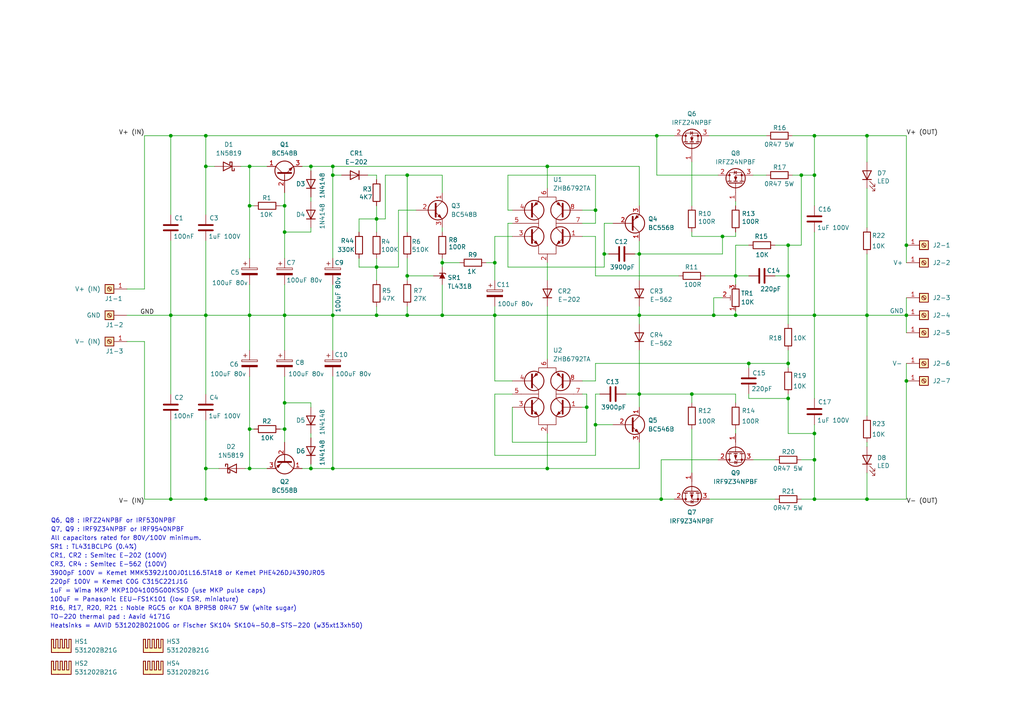
<source format=kicad_sch>
(kicad_sch (version 20231120) (generator "eeschema") (generator_version "8.0")
  (paper "A4")
  (title_block (title "Q17-SIGMA Power Supply") (date "2024-04-20") (rev "1.0.5") (company "PCB and BOM by stef") (comment 2 "Design and test by Moor") (comment 3 "Inspired from Sigma22 v3 design"))
  (junction (at 172.72 123.19))
  (junction (at 185.42 91.44))
  (junction (at 175.26 73.66))
  (junction (at 207.01 91.44))
  (junction (at 190.5 39.37))
  (junction (at 228.6 71.12))
  (junction (at 143.51 91.44))
  (junction (at 262.89 91.44))
  (junction (at 213.36 91.44))
  (junction (at 200.66 114.3))
  (junction (at 236.22 144.78))
  (junction (at 82.55 124.46))
  (junction (at 49.53 39.37))
  (junction (at 59.69 48.26))
  (junction (at 185.42 114.3))
  (junction (at 90.17 135.89))
  (junction (at 59.69 91.44))
  (junction (at 72.39 124.46))
  (junction (at 49.53 91.44))
  (junction (at 82.55 91.44))
  (junction (at 158.75 48.26))
  (junction (at 236.22 133.35))
  (junction (at 59.69 39.37))
  (junction (at 82.55 116.84))
  (junction (at 170.18 118.11))
  (junction (at 109.22 63.5))
  (junction (at 90.17 48.26))
  (junction (at 228.6 115.57))
  (junction (at 59.69 135.89))
  (junction (at 72.39 91.44))
  (junction (at 96.52 135.89))
  (junction (at 96.52 48.26))
  (junction (at 251.46 144.78))
  (junction (at 236.22 50.8))
  (junction (at 228.6 80.01))
  (junction (at 109.22 77.47))
  (junction (at 118.11 91.44))
  (junction (at 236.22 91.44))
  (junction (at 82.55 59.69))
  (junction (at 109.22 91.44))
  (junction (at 49.53 144.78))
  (junction (at 209.55 68.58))
  (junction (at 128.27 91.44))
  (junction (at 128.27 76.2))
  (junction (at 82.55 67.31))
  (junction (at 251.46 39.37))
  (junction (at 96.52 50.8))
  (junction (at 72.39 135.89))
  (junction (at 118.11 50.8))
  (junction (at 213.36 80.01))
  (junction (at 251.46 91.44))
  (junction (at 191.77 144.78))
  (junction (at 158.75 135.89))
  (junction (at 96.52 91.44))
  (junction (at 118.11 80.01))
  (junction (at 185.42 73.66))
  (junction (at 72.39 48.26))
  (junction (at 236.22 39.37))
  (junction (at 143.51 76.2))
  (junction (at 232.41 50.8))
  (junction (at 217.17 105.41))
  (junction (at 228.6 105.41))
  (junction (at 72.39 59.69))
  (junction (at 262.89 71.12))
  (junction (at 59.69 144.78))
  (junction (at 262.89 110.49))
  (junction (at 236.22 125.73))
  (junction (at 172.72 60.96))
  (wire (pts (xy 185.42 128.27) (xy 185.42 135.89)))
  (wire (pts (xy 109.22 59.69) (xy 109.22 63.5)))
  (wire (pts (xy 41.91 144.78) (xy 49.53 144.78)))
  (wire (pts (xy 118.11 50.8) (xy 128.27 50.8)))
  (wire (pts (xy 82.55 67.31) (xy 90.17 67.31)))
  (wire (pts (xy 213.36 91.44) (xy 236.22 91.44)))
  (wire (pts (xy 59.69 39.37) (xy 59.69 48.26)))
  (wire (pts (xy 217.17 71.12) (xy 213.36 71.12)))
  (wire (pts (xy 175.26 64.77) (xy 177.8 64.77)))
  (wire (pts (xy 251.46 39.37) (xy 251.46 46.99)))
  (wire (pts (xy 236.22 91.44) (xy 236.22 115.57)))
  (wire (pts (xy 143.51 110.49) (xy 143.51 91.44)))
  (wire (pts (xy 82.55 91.44) (xy 82.55 101.6)))
  (wire (pts (xy 172.72 68.58) (xy 168.91 68.58)))
  (wire (pts (xy 236.22 91.44) (xy 251.46 91.44)))
  (wire (pts (xy 185.42 48.26) (xy 158.75 48.26)))
  (wire (pts (xy 49.53 91.44) (xy 49.53 114.3)))
  (wire (pts (xy 172.72 123.19) (xy 177.8 123.19)))
  (wire (pts (xy 224.79 80.01) (xy 228.6 80.01)))
  (wire (pts (xy 118.11 88.9) (xy 118.11 91.44)))
  (wire (pts (xy 175.26 73.66) (xy 176.53 73.66)))
  (wire (pts (xy 262.89 71.12) (xy 262.89 76.2)))
  (wire (pts (xy 59.69 135.89) (xy 59.69 144.78)))
  (wire (pts (xy 251.46 91.44) (xy 262.89 91.44)))
  (wire (pts (xy 170.18 118.11) (xy 168.91 118.11)))
  (wire (pts (xy 190.5 50.8) (xy 208.28 50.8)))
  (wire (pts (xy 118.11 74.93) (xy 118.11 80.01)))
  (wire (pts (xy 59.69 144.78) (xy 191.77 144.78)))
  (wire (pts (xy 185.42 73.66) (xy 185.42 81.28)))
  (wire (pts (xy 82.55 91.44) (xy 96.52 91.44)))
  (wire (pts (xy 90.17 66.04) (xy 90.17 67.31)))
  (wire (pts (xy 90.17 134.62) (xy 90.17 135.89)))
  (wire (pts (xy 96.52 50.8) (xy 96.52 74.93)))
  (wire (pts (xy 147.32 77.47) (xy 175.26 77.47)))
  (wire (pts (xy 213.36 71.12) (xy 213.36 80.01)))
  (wire (pts (xy 82.55 82.55) (xy 82.55 91.44)))
  (wire (pts (xy 128.27 50.8) (xy 128.27 55.88)))
  (wire (pts (xy 104.14 67.31) (xy 104.14 63.5)))
  (wire (pts (xy 213.36 80.01) (xy 213.36 82.55)))
  (wire (pts (xy 172.72 132.08) (xy 143.51 132.08)))
  (wire (pts (xy 128.27 76.2) (xy 133.35 76.2)))
  (wire (pts (xy 96.52 109.22) (xy 96.52 135.89)))
  (wire (pts (xy 200.66 114.3) (xy 200.66 116.84)))
  (wire (pts (xy 148.59 128.27) (xy 170.18 128.27)))
  (wire (pts (xy 148.59 60.96) (xy 147.32 60.96)))
  (wire (pts (xy 41.91 99.06) (xy 36.83 99.06)))
  (wire (pts (xy 109.22 77.47) (xy 109.22 81.28)))
  (wire (pts (xy 109.22 91.44) (xy 118.11 91.44)))
  (wire (pts (xy 90.17 118.11) (xy 90.17 116.84)))
  (wire (pts (xy 251.46 73.66) (xy 251.46 91.44)))
  (wire (pts (xy 90.17 48.26) (xy 90.17 49.53)))
  (wire (pts (xy 96.52 135.89) (xy 158.75 135.89)))
  (wire (pts (xy 262.89 110.49) (xy 262.89 144.78)))
  (wire (pts (xy 251.46 39.37) (xy 262.89 39.37)))
  (wire (pts (xy 228.6 114.3) (xy 228.6 115.57)))
  (wire (pts (xy 218.44 133.35) (xy 224.79 133.35)))
  (wire (pts (xy 59.69 91.44) (xy 72.39 91.44)))
  (wire (pts (xy 184.15 73.66) (xy 185.42 73.66)))
  (wire (pts (xy 96.52 48.26) (xy 158.75 48.26)))
  (wire (pts (xy 90.17 57.15) (xy 90.17 58.42)))
  (wire (pts (xy 236.22 39.37) (xy 236.22 50.8)))
  (wire (pts (xy 147.32 60.96) (xy 147.32 50.8)))
  (wire (pts (xy 72.39 91.44) (xy 72.39 101.6)))
  (wire (pts (xy 36.83 83.82) (xy 41.91 83.82)))
  (wire (pts (xy 185.42 91.44) (xy 207.01 91.44)))
  (wire (pts (xy 49.53 121.92) (xy 49.53 144.78)))
  (wire (pts (xy 59.69 48.26) (xy 59.69 62.23)))
  (wire (pts (xy 228.6 71.12) (xy 232.41 71.12)))
  (wire (pts (xy 217.17 114.3) (xy 217.17 115.57)))
  (wire (pts (xy 185.42 48.26) (xy 185.42 59.69)))
  (wire (pts (xy 251.46 54.61) (xy 251.46 66.04)))
  (wire (pts (xy 232.41 50.8) (xy 232.41 71.12)))
  (wire (pts (xy 158.75 76.2) (xy 158.75 81.28)))
  (wire (pts (xy 209.55 86.36) (xy 207.01 86.36)))
  (wire (pts (xy 172.72 50.8) (xy 172.72 60.96)))
  (wire (pts (xy 82.55 116.84) (xy 90.17 116.84)))
  (wire (pts (xy 59.69 91.44) (xy 59.69 114.3)))
  (wire (pts (xy 158.75 125.73) (xy 158.75 135.89)))
  (wire (pts (xy 120.65 60.96) (xy 115.57 60.96)))
  (wire (pts (xy 172.72 114.3) (xy 172.72 123.19)))
  (wire (pts (xy 213.36 80.01) (xy 217.17 80.01)))
  (wire (pts (xy 125.73 80.01) (xy 118.11 80.01)))
  (wire (pts (xy 109.22 52.07) (xy 109.22 50.8)))
  (wire (pts (xy 128.27 66.04) (xy 128.27 67.31)))
  (wire (pts (xy 71.12 135.89) (xy 72.39 135.89)))
  (wire (pts (xy 109.22 88.9) (xy 109.22 91.44)))
  (wire (pts (xy 59.69 39.37) (xy 190.5 39.37)))
  (wire (pts (xy 128.27 82.55) (xy 128.27 91.44)))
  (wire (pts (xy 72.39 59.69) (xy 73.66 59.69)))
  (wire (pts (xy 185.42 114.3) (xy 185.42 118.11)))
  (wire (pts (xy 128.27 74.93) (xy 128.27 76.2)))
  (wire (pts (xy 209.55 68.58) (xy 213.36 68.58)))
  (wire (pts (xy 200.66 68.58) (xy 209.55 68.58)))
  (wire (pts (xy 185.42 101.6) (xy 185.42 114.3)))
  (wire (pts (xy 228.6 80.01) (xy 228.6 93.98)))
  (wire (pts (xy 262.89 105.41) (xy 262.89 110.49)))
  (wire (pts (xy 251.46 91.44) (xy 251.46 120.65)))
  (wire (pts (xy 96.52 91.44) (xy 109.22 91.44)))
  (wire (pts (xy 41.91 39.37) (xy 41.91 83.82)))
  (wire (pts (xy 69.85 48.26) (xy 72.39 48.26)))
  (wire (pts (xy 190.5 39.37) (xy 190.5 50.8)))
  (wire (pts (xy 109.22 77.47) (xy 115.57 77.47)))
  (wire (pts (xy 181.61 114.3) (xy 185.42 114.3)))
  (wire (pts (xy 236.22 39.37) (xy 251.46 39.37)))
  (wire (pts (xy 72.39 124.46) (xy 73.66 124.46)))
  (wire (pts (xy 49.53 69.85) (xy 49.53 91.44)))
  (wire (pts (xy 232.41 133.35) (xy 236.22 133.35)))
  (wire (pts (xy 87.63 135.89) (xy 90.17 135.89)))
  (wire (pts (xy 109.22 74.93) (xy 109.22 77.47)))
  (wire (pts (xy 232.41 50.8) (xy 236.22 50.8)))
  (wire (pts (xy 236.22 67.31) (xy 236.22 91.44)))
  (wire (pts (xy 96.52 82.55) (xy 96.52 91.44)))
  (wire (pts (xy 49.53 91.44) (xy 59.69 91.44)))
  (wire (pts (xy 111.76 50.8) (xy 111.76 63.5)))
  (wire (pts (xy 109.22 63.5) (xy 109.22 67.31)))
  (wire (pts (xy 90.17 135.89) (xy 96.52 135.89)))
  (wire (pts (xy 143.51 114.3) (xy 148.59 114.3)))
  (wire (pts (xy 72.39 124.46) (xy 72.39 135.89)))
  (wire (pts (xy 81.28 124.46) (xy 82.55 124.46)))
  (wire (pts (xy 104.14 74.93) (xy 104.14 77.47)))
  (wire (pts (xy 168.91 114.3) (xy 170.18 114.3)))
  (wire (pts (xy 190.5 39.37) (xy 195.58 39.37)))
  (wire (pts (xy 213.36 68.58) (xy 213.36 67.31)))
  (wire (pts (xy 82.55 67.31) (xy 82.55 74.93)))
  (wire (pts (xy 158.75 88.9) (xy 158.75 104.14)))
  (wire (pts (xy 236.22 133.35) (xy 236.22 144.78)))
  (wire (pts (xy 172.72 60.96) (xy 172.72 64.77)))
  (wire (pts (xy 72.39 91.44) (xy 82.55 91.44)))
  (wire (pts (xy 82.55 55.88) (xy 82.55 59.69)))
  (wire (pts (xy 72.39 48.26) (xy 72.39 59.69)))
  (wire (pts (xy 224.79 71.12) (xy 228.6 71.12)))
  (wire (pts (xy 111.76 63.5) (xy 109.22 63.5)))
  (wire (pts (xy 59.69 69.85) (xy 59.69 91.44)))
  (wire (pts (xy 148.59 118.11) (xy 148.59 128.27)))
  (wire (pts (xy 251.46 144.78) (xy 262.89 144.78)))
  (wire (pts (xy 59.69 121.92) (xy 59.69 135.89)))
  (wire (pts (xy 207.01 91.44) (xy 213.36 91.44)))
  (wire (pts (xy 158.75 48.26) (xy 158.75 54.61)))
  (wire (pts (xy 262.89 86.36) (xy 262.89 91.44)))
  (wire (pts (xy 191.77 133.35) (xy 191.77 144.78)))
  (wire (pts (xy 82.55 116.84) (xy 82.55 124.46)))
  (wire (pts (xy 175.26 77.47) (xy 175.26 73.66)))
  (wire (pts (xy 82.55 59.69) (xy 82.55 67.31)))
  (wire (pts (xy 41.91 39.37) (xy 49.53 39.37)))
  (wire (pts (xy 172.72 105.41) (xy 217.17 105.41)))
  (wire (pts (xy 217.17 105.41) (xy 217.17 106.68)))
  (wire (pts (xy 172.72 80.01) (xy 172.72 68.58)))
  (wire (pts (xy 191.77 144.78) (xy 195.58 144.78)))
  (wire (pts (xy 87.63 48.26) (xy 90.17 48.26)))
  (wire (pts (xy 172.72 105.41) (xy 172.72 110.49)))
  (wire (pts (xy 143.51 76.2) (xy 143.51 68.58)))
  (wire (pts (xy 232.41 144.78) (xy 236.22 144.78)))
  (wire (pts (xy 200.66 46.99) (xy 200.66 59.69)))
  (wire (pts (xy 118.11 91.44) (xy 128.27 91.44)))
  (wire (pts (xy 229.87 50.8) (xy 232.41 50.8)))
  (wire (pts (xy 208.28 133.35) (xy 191.77 133.35)))
  (wire (pts (xy 41.91 144.78) (xy 41.91 99.06)))
  (wire (pts (xy 204.47 80.01) (xy 213.36 80.01)))
  (wire (pts (xy 200.66 124.46) (xy 200.66 137.16)))
  (wire (pts (xy 175.26 73.66) (xy 175.26 64.77)))
  (wire (pts (xy 96.52 48.26) (xy 96.52 50.8)))
  (wire (pts (xy 251.46 137.16) (xy 251.46 144.78)))
  (wire (pts (xy 140.97 76.2) (xy 143.51 76.2)))
  (wire (pts (xy 96.52 91.44) (xy 96.52 101.6)))
  (wire (pts (xy 168.91 64.77) (xy 172.72 64.77)))
  (wire (pts (xy 118.11 50.8) (xy 118.11 67.31)))
  (wire (pts (xy 217.17 115.57) (xy 228.6 115.57)))
  (wire (pts (xy 118.11 80.01) (xy 118.11 81.28)))
  (wire (pts (xy 148.59 110.49) (xy 143.51 110.49)))
  (wire (pts (xy 72.39 59.69) (xy 72.39 74.93)))
  (wire (pts (xy 251.46 128.27) (xy 251.46 129.54)))
  (wire (pts (xy 200.66 68.58) (xy 200.66 67.31)))
  (wire (pts (xy 143.51 68.58) (xy 148.59 68.58)))
  (wire (pts (xy 172.72 110.49) (xy 168.91 110.49)))
  (wire (pts (xy 218.44 50.8) (xy 222.25 50.8)))
  (wire (pts (xy 236.22 144.78) (xy 251.46 144.78)))
  (wire (pts (xy 147.32 50.8) (xy 172.72 50.8)))
  (wire (pts (xy 213.36 116.84) (xy 213.36 114.3)))
  (wire (pts (xy 213.36 114.3) (xy 200.66 114.3)))
  (wire (pts (xy 173.99 114.3) (xy 172.72 114.3)))
  (wire (pts (xy 228.6 106.68) (xy 228.6 105.41)))
  (wire (pts (xy 185.42 88.9) (xy 185.42 91.44)))
  (wire (pts (xy 49.53 144.78) (xy 59.69 144.78)))
  (wire (pts (xy 158.75 135.89) (xy 185.42 135.89)))
  (wire (pts (xy 236.22 123.19) (xy 236.22 125.73)))
  (wire (pts (xy 185.42 69.85) (xy 185.42 73.66)))
  (wire (pts (xy 185.42 73.66) (xy 209.55 73.66)))
  (wire (pts (xy 72.39 82.55) (xy 72.39 91.44)))
  (wire (pts (xy 104.14 63.5) (xy 109.22 63.5)))
  (wire (pts (xy 172.72 80.01) (xy 196.85 80.01)))
  (wire (pts (xy 262.89 91.44) (xy 262.89 96.52)))
  (wire (pts (xy 72.39 135.89) (xy 77.47 135.89)))
  (wire (pts (xy 213.36 58.42) (xy 213.36 59.69)))
  (wire (pts (xy 228.6 71.12) (xy 228.6 80.01)))
  (wire (pts (xy 128.27 91.44) (xy 143.51 91.44)))
  (wire (pts (xy 170.18 114.3) (xy 170.18 118.11)))
  (wire (pts (xy 128.27 76.2) (xy 128.27 77.47)))
  (wire (pts (xy 213.36 124.46) (xy 213.36 125.73)))
  (wire (pts (xy 168.91 60.96) (xy 172.72 60.96)))
  (wire (pts (xy 143.51 88.9) (xy 143.51 91.44)))
  (wire (pts (xy 143.51 76.2) (xy 143.51 81.28)))
  (wire (pts (xy 115.57 60.96) (xy 115.57 77.47)))
  (wire (pts (xy 104.14 77.47) (xy 109.22 77.47)))
  (wire (pts (xy 59.69 48.26) (xy 62.23 48.26)))
  (wire (pts (xy 213.36 90.17) (xy 213.36 91.44)))
  (wire (pts (xy 111.76 50.8) (xy 118.11 50.8)))
  (wire (pts (xy 205.74 144.78) (xy 224.79 144.78)))
  (wire (pts (xy 106.68 50.8) (xy 109.22 50.8)))
  (wire (pts (xy 229.87 39.37) (xy 236.22 39.37)))
  (wire (pts (xy 172.72 123.19) (xy 172.72 132.08)))
  (wire (pts (xy 205.74 39.37) (xy 222.25 39.37)))
  (wire (pts (xy 72.39 109.22) (xy 72.39 124.46)))
  (wire (pts (xy 262.89 39.37) (xy 262.89 71.12)))
  (wire (pts (xy 185.42 91.44) (xy 185.42 93.98)))
  (wire (pts (xy 236.22 125.73) (xy 236.22 133.35)))
  (wire (pts (xy 228.6 115.57) (xy 228.6 125.73)))
  (wire (pts (xy 147.32 64.77) (xy 147.32 77.47)))
  (wire (pts (xy 217.17 105.41) (xy 228.6 105.41)))
  (wire (pts (xy 143.51 91.44) (xy 185.42 91.44)))
  (wire (pts (xy 36.83 91.44) (xy 49.53 91.44)))
  (wire (pts (xy 90.17 48.26) (xy 96.52 48.26)))
  (wire (pts (xy 209.55 73.66) (xy 209.55 68.58)))
  (wire (pts (xy 228.6 125.73) (xy 236.22 125.73)))
  (wire (pts (xy 90.17 125.73) (xy 90.17 127)))
  (wire (pts (xy 170.18 128.27) (xy 170.18 118.11)))
  (wire (pts (xy 236.22 50.8) (xy 236.22 59.69)))
  (wire (pts (xy 185.42 114.3) (xy 200.66 114.3)))
  (wire (pts (xy 82.55 109.22) (xy 82.55 116.84)))
  (wire (pts (xy 72.39 48.26) (xy 77.47 48.26)))
  (wire (pts (xy 96.52 50.8) (xy 99.06 50.8)))
  (wire (pts (xy 143.51 132.08) (xy 143.51 114.3)))
  (wire (pts (xy 228.6 101.6) (xy 228.6 105.41)))
  (wire (pts (xy 82.55 124.46) (xy 82.55 128.27)))
  (wire (pts (xy 49.53 62.23) (xy 49.53 39.37)))
  (wire (pts (xy 207.01 86.36) (xy 207.01 91.44)))
  (wire (pts (xy 59.69 135.89) (xy 63.5 135.89)))
  (wire (pts (xy 49.53 39.37) (xy 59.69 39.37)))
  (wire (pts (xy 148.59 64.77) (xy 147.32 64.77)))
  (wire (pts (xy 81.28 59.69) (xy 82.55 59.69)))
  (text "All capacitors rated for 80V/100V minimum." (at 14.732 156.21 0) (effects (font (size 1.27 1.27)) (justify left)))
  (text "1uF = Wima MKP MKP1D041005G00KSSD (use MKP pulse caps)" (at 14.478 171.45 0) (effects (font (size 1.27 1.27)) (justify left)))
  (text "SR1 : TL431BCLPG (0.4%)" (at 14.478 158.75 0) (effects (font (size 1.27 1.27)) (justify left)))
  (text "100uF = Panasonic EEU-FS1K101 (low ESR, miniature)" (at 14.478 173.99 0) (effects (font (size 1.27 1.27)) (justify left)))
  (text "TO-220 thermal pad : Aavid 4171G" (at 32.004 179.07 0) (effects (font (size 1.27 1.27))))
  (text "3900pF 100V = Kemet MMK5392J100J01L16.5TA18 or Kemet PHE426DJ4390JR05" (at 14.478 166.37 0) (effects (font (size 1.27 1.27)) (justify left)))
  (text "CR3, CR4 : Semitec E-562 (100V)" (at 14.478 163.83 0) (effects (font (size 1.27 1.27)) (justify left)))
  (text "R16, R17, R20, R21 : Noble RGC5 or KOA BPR58 0R47 5W (white sugar)" (at 14.478 176.53 0) (effects (font (size 1.27 1.27)) (justify left)))
  (text "Q7, Q9 : IRF9Z34NPBF or IRF9540NPBF" (at 14.732 153.67 0) (effects (font (size 1.27 1.27)) (justify left)))
  (text "CR1, CR2 : Semitec E-202 (100V)" (at 14.478 161.29 0) (effects (font (size 1.27 1.27)) (justify left)))
  (text "Q6, Q8 : IRFZ24NPBF or IRF530NPBF" (at 14.732 151.13 0) (effects (font (size 1.27 1.27)) (justify left)))
  (text "220pF 100V = Kemet C0G C315C221J1G " (at 14.478 168.91 0) (effects (font (size 1.27 1.27)) (justify left)))
  (text "Heatsinks = AAVID 531202B02100G or Fischer SK104 SK104-50,8-STS-220 (w35xt13xh50)" (at 14.478 181.61 0) (effects (font (size 1.27 1.27)) (justify left)))
  (label "GND" (at 40.64 91.44 0))
  (label "V+ (IN)" (at 41.91 39.37 180))
  (label "V+ (OUT)" (at 262.89 39.37 0))
  (label "V- (IN)" (at 41.91 144.78 180))
  (label "V- (OUT)" (at 262.89 144.78 0))
  (symbol (lib_id "Mechanical:Heatsink") (at 44.45 189.23 0) (unit 1) (exclude_from_sim yes)
    (property "Reference" "HS3" (at 48.26 186.0549 0) (effects (justify left)))
    (property "Value" "531202B21G" (at 48.26 188.5949 0) (effects (justify left)))
    (property "Footprint" "Heatsink:Heatsink_Fischer_SK104-STC-STIC_35x13mm_2xDrill2.5mm" (effects (hide yes)))
    (property "Datasheet" "https://www.mouser.fr/datasheet/2/2/Aavid_01112021_Board_Level_Cooling_Extruded_5310-1953660.pdf" (effects (hide yes)))
    (property "Description" "Heatsink AAVID 531202B21G Vertical, 12.7x34.92x50.8mm" (effects (hide yes)))
    (property "Part#" "531202B21G" (effects (hide yes)))
    (property "Mouser" "532-531202B21G" (effects (hide yes)))
  )
  (symbol (lib_id "Device:R") (at 228.6 133.35 90) (unit 1)
    (property "Reference" "R20" (at 230.632 131.064 90) (effects (justify left)))
    (property "Value" "0R47 5W" (at 232.918 135.89 90) (effects (justify left)))
    (property "Footprint" "Resistor_THT:R_Box_L14.0mm_W5.0mm_P9.00mm" (effects (hide yes)))
    (property "Datasheet" "https://www.koaspeer.com/catimages/Products/BPR/BPR.pdf" (effects (hide yes)))
    (property "Part#" "BPR58CR47J" (effects (hide yes)))
    (property "Mouser" "660-BPR58CR47J" (effects (hide yes)))
  )
  (symbol (lib_id "Device:R") (at 77.47 124.46 90) (unit 1)
    (property "Reference" "R2" (at 78.74 122.174 90) (effects (justify left)))
    (property "Value" "10K" (at 79.502 127 90) (effects (justify left)))
    (property "Footprint" "Resistor_THT:R_Axial_DIN0207_L6.3mm_D2.5mm_P10.16mm_Horizontal" (effects (hide yes)))
    (property "Datasheet" "https://www.vishay.com/doc?28724" (effects (hide yes)))
    (property "Part#" "MRS25000C1002FRP00" (effects (hide yes)))
    (property "Mouser" "594-MRS2510K00F" (effects (hide yes)))
  )
  (symbol (lib_id "Device:C_Polarized") (at 82.55 78.74 0) (unit 1)
    (property "Reference" "C7" (at 83.058 76.2 0) (effects (justify left)))
    (property "Value" "100uF 80v" (at 83.058 81.28 0) (effects (justify left)))
    (property "Footprint" "Capacitor_THT:CP_Radial_D10.0mm_P5.00mm" (effects (hide yes)))
    (property "Datasheet" "https://www.mouser.fr/datasheet/2/315/Panasonic_08082018_Capacitor_Radial_Leaded_Lytic_(-1387098.pdf" (effects (hide yes)))
    (property "Part#" "EEU-FS1K101" (effects (hide yes)))
    (property "Mouser" "667-EEU-FS1K101" (effects (hide yes)))
  )
  (symbol (lib_id "Transistor_FET:IRF540N") (at 213.36 53.34 90) (unit 1)
    (property "Reference" "Q8" (at 213.36 44.45 90))
    (property "Value" "IRFZ24NPBF" (at 213.36 46.99 90))
    (property "Footprint" "Package_TO_SOT_THT:TO-220-3_Vertical" (effects (hide yes)))
    (property "Datasheet" "https://www.mouser.fr/datasheet/2/196/Infineon_IRFZ24N_DataSheet_v01_01_EN-3363353.pdf" (effects (hide yes)))
    (property "Description" "MOSFET MOSFT 55V 17A 70mOhm 13.3nC" (effects (hide yes)))
    (property "Part#" "IRFZ24NPBF" (effects (hide yes)))
    (property "Mouser" "942-IRFZ24NPBF" (effects (hide yes)))
  )
  (symbol (lib_id "Device:C_Polarized") (at 96.52 78.74 0) (unit 1)
    (property "Reference" "C9" (at 97.028 76.2 0) (effects (justify left)))
    (property "Value" "100uF 80v" (at 98.044 90.678 90) (effects (justify left)))
    (property "Footprint" "Capacitor_THT:CP_Radial_D10.0mm_P5.00mm" (effects (hide yes)))
    (property "Datasheet" "https://www.mouser.fr/datasheet/2/315/Panasonic_08082018_Capacitor_Radial_Leaded_Lytic_(-1387098.pdf" (effects (hide yes)))
    (property "Part#" "EEU-FS1K101" (effects (hide yes)))
    (property "Mouser" "667-EEU-FS1K101" (effects (hide yes)))
  )
  (symbol (lib_id "Device:C") (at 59.69 66.04 0) (unit 1)
    (property "Reference" "C3" (at 60.706 63.246 0) (effects (justify left)))
    (property "Value" "1uF 100V" (at 60.452 68.58 0) (effects (justify left)))
    (property "Footprint" "Capacitor_THT:C_Rect_L26.5mm_W10.5mm_P22.50mm_MKS4" (effects (hide yes)))
    (property "Datasheet" "https://www.mouser.fr/datasheet/2/440/e_WIMA_MKP_10-1139811.pdf" (effects (hide yes)))
    (property "Part#" "MKP1D041005G00KSSD" (effects (hide yes)))
    (property "Mouser" "505-MKP1D041005G00KS" (effects (hide yes)))
  )
  (symbol (lib_id "Transistor_BJT:BC556") (at 182.88 64.77 0) (mirror x) (unit 1)
    (property "Reference" "Q4" (at 187.96 63.4999 0) (effects (justify left)))
    (property "Value" "BC556B" (at 187.96 66.0399 0) (effects (justify left)))
    (property "Footprint" "Package_TO_SOT_THT:TO-92L_Inline_Wide" (effects (hide yes)))
    (property "Datasheet" "https://www.mouser.fr/datasheet/2/308/BC556BTA_D-2310029.pdf" (effects (hide yes)))
    (property "Description" "BJT PNP -65V 100mA HFE/450" (effects (hide yes)))
    (property "Part#" "BC556BTA" (effects (hide yes)))
    (property "Mouser" "512-BC556BTA" (effects (hide yes)))
  )
  (symbol (lib_id "Mechanical:Heatsink") (at 44.45 195.58 0) (unit 1) (exclude_from_sim yes)
    (property "Reference" "HS4" (at 48.26 192.4049 0) (effects (justify left)))
    (property "Value" "531202B21G" (at 48.26 194.9449 0) (effects (justify left)))
    (property "Footprint" "Heatsink:Heatsink_Fischer_SK104-STC-STIC_35x13mm_2xDrill2.5mm" (effects (hide yes)))
    (property "Datasheet" "https://www.mouser.fr/datasheet/2/2/Aavid_01112021_Board_Level_Cooling_Extruded_5310-1953660.pdf" (effects (hide yes)))
    (property "Description" "Heatsink AAVID 531202B21G Vertical, 12.7x34.92x50.8mm" (effects (hide yes)))
    (property "Part#" "531202B21G" (effects (hide yes)))
    (property "Mouser" "532-531202B21G" (effects (hide yes)))
  )
  (symbol (lib_id "Connector:Screw_Terminal_01x01") (at 267.97 86.36 0) (unit 1)
    (property "Reference" "J2-3" (at 270.51 86.36 0) (effects (justify left)))
    (property "Value" "GND" (effects (hide yes)))
    (property "Footprint" "Q17_Library:Faston_Connector_63849-1_TEC" (effects (hide yes)))
    (property "Datasheet" "https://www.te.com/commerce/DocumentDelivery/DDEController?Action=srchrtrv&DocNm=63824&DocType=Customer+Drawing&DocLang=English&PartCntxt=63824-1&DocFormat=pdf" (effects (hide yes)))
    (property "Part#" "TE Connectivity 63849-1" (effects (hide yes)))
    (property "Mouser" "571-638241" (effects (hide yes)))
  )
  (symbol (lib_id "Device:R") (at 104.14 71.12 0) (unit 1)
    (property "Reference" "R44" (at 98.806 69.85 0) (effects (justify left)))
    (property "Value" "330K" (at 97.79 72.4027 0) (effects (justify left)))
    (property "Footprint" "Resistor_THT:R_Axial_DIN0207_L6.3mm_D2.5mm_P10.16mm_Horizontal" (effects (hide yes)))
    (property "Datasheet" "https://www.vishay.com/doc?28724" (effects (hide yes)))
    (property "Part#" "MRS25000C3303FCT00" (effects (hide yes)))
    (property "Mouser" "594-MRS25000C3303FCT" (effects (hide yes)))
  )
  (symbol (lib_id "Diode:1N5819") (at 67.31 135.89 0) (unit 1)
    (property "Reference" "D2" (at 66.9925 129.54 0))
    (property "Value" "1N5819" (at 66.9925 132.08 0))
    (property "Footprint" "Diode_THT:D_DO-41_SOD81_P10.16mm_Horizontal" (effects (hide yes)))
    (property "Datasheet" "https://www.vishay.com/doc?88525" (effects (hide yes)))
    (property "Description" "40V 1A Schottky Barrier Rectifier Diode, DO-41" (effects (hide yes)))
    (property "Part#" "1N5819-E3/73" (effects (hide yes)))
    (property "Mouser" "625-1N5819-E3/73" (effects (hide yes)))
  )
  (symbol (lib_id "Diode:1N4148") (at 102.87 50.8 180) (unit 1)
    (property "Reference" "CR1" (at 103.378 44.45 0))
    (property "Value" "E-202" (at 103.378 46.99 0))
    (property "Footprint" "Diode_THT:D_DO-35_SOD27_P7.62mm_Horizontal" (effects (hide yes)))
    (property "Datasheet" "https://www.mouser.fr/datasheet/2/362/P22-23-CRD-1729293.pdf" (effects (hide yes)))
    (property "Description" "Current regulator diode E-202" (effects (hide yes)))
    (property "Part#" "E-202" (effects (hide yes)))
    (property "Mouser" "954-E-202" (effects (hide yes)))
  )
  (symbol (lib_id "Connector:Screw_Terminal_01x01") (at 267.97 76.2 0) (unit 1)
    (property "Reference" "J2-2" (at 270.51 76.2 0) (effects (justify left)))
    (property "Value" "V+" (at 259.08 76.2 0) (effects (justify left)))
    (property "Footprint" "Q17_Library:Faston_Connector_63849-1_TEC" (effects (hide yes)))
    (property "Datasheet" "https://www.te.com/commerce/DocumentDelivery/DDEController?Action=srchrtrv&DocNm=63824&DocType=Customer+Drawing&DocLang=English&PartCntxt=63824-1&DocFormat=pdf" (effects (hide yes)))
    (property "Part#" "TE Connectivity 63849-1" (effects (hide yes)))
    (property "Mouser" "571-638241" (effects (hide yes)))
  )
  (symbol (lib_id "Transistor_FET:IRF4905") (at 200.66 142.24 90) (mirror x) (unit 1)
    (property "Reference" "Q7" (at 200.66 148.59 90))
    (property "Value" "IRF9Z34NPBF" (at 200.66 151.13 90))
    (property "Footprint" "Package_TO_SOT_THT:TO-220-3_Vertical" (effects (hide yes)))
    (property "Datasheet" "https://www.mouser.fr/datasheet/2/196/Infineon_IRF9Z34N_DataSheet_v01_01_EN-3363049.pdf" (effects (hide yes)))
    (property "Description" "MOSFET MOSFT PCh -55V -17A 100mOhm 23.3nC" (effects (hide yes)))
    (property "Part#" "IRF9Z34NPBF" (effects (hide yes)))
    (property "Mouser" "942-IRF9Z34NPBF" (effects (hide yes)))
  )
  (symbol (lib_id "Device:C_Polarized") (at 72.39 105.41 0) (unit 1)
    (property "Reference" "C6" (at 66.548 105.664 0) (effects (justify left)))
    (property "Value" "100uF 80v" (at 60.96 108.458 0) (effects (justify left)))
    (property "Footprint" "Capacitor_THT:CP_Radial_D10.0mm_P5.00mm" (effects (hide yes)))
    (property "Datasheet" "https://www.mouser.fr/datasheet/2/315/Panasonic_08082018_Capacitor_Radial_Leaded_Lytic_(-1387098.pdf" (effects (hide yes)))
    (property "Part#" "EEU-FS1K101" (effects (hide yes)))
    (property "Mouser" "667-EEU-FS1K101" (effects (hide yes)))
  )
  (symbol (lib_id "Device:R") (at 128.27 71.12 0) (unit 1)
    (property "Reference" "R8" (at 130.048 69.596 0) (effects (justify left)))
    (property "Value" "100R" (at 130.048 71.628 0) (effects (justify left)))
    (property "Footprint" "Resistor_THT:R_Axial_DIN0207_L6.3mm_D2.5mm_P10.16mm_Horizontal" (effects (hide yes)))
    (property "Datasheet" "https://www.vishay.com/doc?28724" (effects (hide yes)))
    (property "Part#" "MRS25000C1000FRP00" (effects (hide yes)))
    (property "Mouser" "594-MRS25000C1000FRP" (effects (hide yes)))
  )
  (symbol (lib_id "Connector:Screw_Terminal_01x01") (at 267.97 96.52 0) (unit 1)
    (property "Reference" "J2-5" (at 270.51 96.52 0) (effects (justify left)))
    (property "Value" "GND" (effects (hide yes)))
    (property "Footprint" "Q17_Library:Faston_Connector_63849-1_TEC" (effects (hide yes)))
    (property "Datasheet" "https://www.te.com/commerce/DocumentDelivery/DDEController?Action=srchrtrv&DocNm=63824&DocType=Customer+Drawing&DocLang=English&PartCntxt=63824-1&DocFormat=pdf" (effects (hide yes)))
    (property "Part#" "TE Connectivity 63849-1" (effects (hide yes)))
    (property "Mouser" "571-638241" (effects (hide yes)))
  )
  (symbol (lib_id "Transistor_FET:IRF4905") (at 213.36 130.81 90) (mirror x) (unit 1)
    (property "Reference" "Q9" (at 213.36 137.16 90))
    (property "Value" "IRF9Z34NPBF" (at 213.36 139.7 90))
    (property "Footprint" "Package_TO_SOT_THT:TO-220-3_Vertical" (effects (hide yes)))
    (property "Datasheet" "https://www.mouser.fr/datasheet/2/196/Infineon_IRF9Z34N_DataSheet_v01_01_EN-3363049.pdf" (effects (hide yes)))
    (property "Description" "MOSFET MOSFT PCh -55V -17A 100mOhm 23.3nC" (effects (hide yes)))
    (property "Part#" "IRF9Z34NPBF" (effects (hide yes)))
    (property "Mouser" "942-IRF9Z34NPBF" (effects (hide yes)))
  )
  (symbol (lib_id "Device:R") (at 118.11 85.09 0) (unit 1)
    (property "Reference" "R7" (at 119.8881 84.3291 0) (effects (justify left)))
    (property "Value" "27K" (at 119.8881 86.6278 0) (effects (justify left)))
    (property "Footprint" "Resistor_THT:R_Axial_DIN0207_L6.3mm_D2.5mm_P10.16mm_Horizontal" (effects (hide yes)))
    (property "Datasheet" "https://www.vishay.com/doc?28724" (effects (hide yes)))
    (property "Part#" "MRS25000C1009FRP00" (effects (hide yes)))
    (property "Mouser" "594-MRS25000C1009FRP" (effects (hide yes)))
  )
  (symbol (lib_id "Device:C_Polarized") (at 96.52 105.41 0) (unit 1)
    (property "Reference" "C10" (at 97.028 102.87 0) (effects (justify left)))
    (property "Value" "100uF 80v" (at 97.282 108.458 0) (effects (justify left)))
    (property "Footprint" "Capacitor_THT:CP_Radial_D10.0mm_P5.00mm" (effects (hide yes)))
    (property "Datasheet" "https://www.mouser.fr/datasheet/2/315/Panasonic_08082018_Capacitor_Radial_Leaded_Lytic_(-1387098.pdf" (effects (hide yes)))
    (property "Part#" "EEU-FS1K101" (effects (hide yes)))
    (property "Mouser" "667-EEU-FS1K101" (effects (hide yes)))
  )
  (symbol (lib_id "Mechanical:Heatsink") (at 17.78 189.23 0) (unit 1) (exclude_from_sim yes)
    (property "Reference" "HS1" (at 21.59 186.0549 0) (effects (justify left)))
    (property "Value" "531202B21G" (at 21.59 188.5949 0) (effects (justify left)))
    (property "Footprint" "Heatsink:Heatsink_Fischer_SK104-STC-STIC_35x13mm_2xDrill2.5mm" (effects (hide yes)))
    (property "Datasheet" "https://www.mouser.fr/datasheet/2/2/Aavid_01112021_Board_Level_Cooling_Extruded_5310-1953660.pdf" (effects (hide yes)))
    (property "Description" "Heatsink AAVID 531202B21G Vertical, 12.7x34.92x50.8mm" (effects (hide yes)))
    (property "Part#" "531202B21G" (effects (hide yes)))
    (property "Mouser" "532-531202B21G" (effects (hide yes)))
  )
  (symbol (lib_id "Transistor_BJT:BC558") (at 82.55 133.35 270) (unit 1)
    (property "Reference" "Q2" (at 82.55 139.7 90))
    (property "Value" "BC558B" (at 82.55 142.24 90))
    (property "Footprint" "Package_TO_SOT_THT:TO-92L_Inline_Wide" (effects (hide yes)))
    (property "Datasheet" "https://diotec.com/request/datasheet/bc556.pdf" (effects (hide yes)))
    (property "Description" "0.1A Ic, 30V Vce, PNP Small Signal Transistor, TO-92" (effects (hide yes)))
    (property "Part#" "BC558B" (effects (hide yes)))
    (property "Mouser" "637-BC558B" (effects (hide yes)))
  )
  (symbol (lib_id "Connector:Screw_Terminal_01x01") (at 267.97 105.41 0) (unit 1)
    (property "Reference" "J2-6" (at 270.51 105.41 0) (effects (justify left)))
    (property "Value" "V-" (at 258.826 105.41 0) (effects (justify left)))
    (property "Footprint" "Q17_Library:Faston_Connector_63849-1_TEC" (effects (hide yes)))
    (property "Datasheet" "https://www.te.com/commerce/DocumentDelivery/DDEController?Action=srchrtrv&DocNm=63824&DocType=Customer+Drawing&DocLang=English&PartCntxt=63824-1&DocFormat=pdf" (effects (hide yes)))
    (property "Part#" "TE Connectivity 63849-1" (effects (hide yes)))
    (property "Mouser" "571-638241" (effects (hide yes)))
  )
  (symbol (lib_id "Diode:1N4148") (at 185.42 97.79 90) (unit 1)
    (property "Reference" "CR4" (at 190.373 97.155 90))
    (property "Value" "E-562" (at 191.77 99.568 90))
    (property "Footprint" "Diode_THT:D_DO-35_SOD27_P7.62mm_Horizontal" (effects (hide yes)))
    (property "Datasheet" "https://www.mouser.fr/datasheet/2/362/P22-23-CRD-1729293.pdf" (effects (hide yes)))
    (property "Description" "Current regulator diode 100V 5.17MA 500MW Current Regulator THT" (effects (hide yes)))
    (property "Part#" "E-562" (effects (hide yes)))
    (property "Mouser" "954-E-562" (effects (hide yes)))
  )
  (symbol (lib_id "Diode:1N4148") (at 90.17 121.92 90) (unit 1)
    (property "Reference" "D5" (at 85.852 121.92 90) (effects (justify right)))
    (property "Value" "1N4148" (at 93.472 118.618 0) (effects (justify right)))
    (property "Footprint" "Diode_THT:D_DO-35_SOD27_P7.62mm_Horizontal" (effects (hide yes)))
    (property "Datasheet" "https://assets.nexperia.com/documents/data-sheet/1N4148_1N4448.pdf" (effects (hide yes)))
    (property "Description" "100V 0.15A standard switching diode, DO-35" (effects (hide yes)))
    (property "Part#" "1N4148-TAP" (effects (hide yes)))
    (property "Mouser" "78-1N4148-TAP" (effects (hide yes)))
  )
  (symbol (lib_id "Device:C_Polarized") (at 143.51 85.09 0) (unit 1)
    (property "Reference" "C11" (at 144.018 82.55 0) (effects (justify left)))
    (property "Value" "100uF 80v" (at 144.272 88.138 0) (effects (justify left)))
    (property "Footprint" "Capacitor_THT:CP_Radial_D10.0mm_P5.00mm" (effects (hide yes)))
    (property "Datasheet" "https://www.mouser.fr/datasheet/2/315/Panasonic_08082018_Capacitor_Radial_Leaded_Lytic_(-1387098.pdf" (effects (hide yes)))
    (property "Part#" "EEU-FS1K101" (effects (hide yes)))
    (property "Mouser" "667-EEU-FS1K101" (effects (hide yes)))
  )
  (symbol (lib_id "Device:R") (at 109.22 71.12 0) (unit 1)
    (property "Reference" "R4" (at 110.49 70.104 0) (effects (justify left)))
    (property "Value" "100K" (at 110.49 72.39 0) (effects (justify left)))
    (property "Footprint" "Resistor_THT:R_Axial_DIN0207_L6.3mm_D2.5mm_P10.16mm_Horizontal" (effects (hide yes)))
    (property "Datasheet" "https://www.vishay.com/doc?28724" (effects (hide yes)))
    (property "Part#" "MRS25000C1003FRP00" (effects (hide yes)))
    (property "Mouser" "594-MRS25000C1003FRP" (effects (hide yes)))
  )
  (symbol (lib_id "Device:R") (at 137.16 76.2 90) (unit 1)
    (property "Reference" "R9" (at 138.43 73.914 90) (effects (justify left)))
    (property "Value" "1K" (at 138.176 78.74 90) (effects (justify left)))
    (property "Footprint" "Resistor_THT:R_Axial_DIN0207_L6.3mm_D2.5mm_P10.16mm_Horizontal" (effects (hide yes)))
    (property "Datasheet" "https://www.vishay.com/doc?28724" (effects (hide yes)))
    (property "Part#" "MRS25000C1009FRP00" (effects (hide yes)))
    (property "Mouser" "594-MRS25000C1009FRP" (effects (hide yes)))
  )
  (symbol (lib_id "Mechanical:Heatsink") (at 17.78 195.58 0) (unit 1) (exclude_from_sim yes)
    (property "Reference" "HS2" (at 21.59 192.4049 0) (effects (justify left)))
    (property "Value" "531202B21G" (at 21.59 194.9449 0) (effects (justify left)))
    (property "Footprint" "Heatsink:Heatsink_Fischer_SK104-STC-STIC_35x13mm_2xDrill2.5mm" (effects (hide yes)))
    (property "Datasheet" "https://www.mouser.fr/datasheet/2/2/Aavid_01112021_Board_Level_Cooling_Extruded_5310-1953660.pdf" (effects (hide yes)))
    (property "Description" "Heatsink AAVID 531202B21G Vertical, 12.7x34.92x50.8mm" (effects (hide yes)))
    (property "Part#" "531202B21G" (effects (hide yes)))
    (property "Mouser" "532-531202B21G" (effects (hide yes)))
  )
  (symbol (lib_id "Device:R") (at 228.6 110.49 180) (unit 1)
    (property "Reference" "R19" (at 233.934 108.966 0) (effects (justify left)))
    (property "Value" "10K" (at 233.934 112.014 0) (effects (justify left)))
    (property "Footprint" "Resistor_THT:R_Axial_DIN0207_L6.3mm_D2.5mm_P10.16mm_Horizontal" (effects (hide yes)))
    (property "Datasheet" "https://www.vishay.com/doc?28724" (effects (hide yes)))
    (property "Part#" "MRS25000C1002FRP00" (effects (hide yes)))
    (property "Mouser" "594-MRS2510K00F" (effects (hide yes)))
  )
  (symbol (lib_id "Device:R") (at 251.46 69.85 180) (unit 1)
    (property "Reference" "R22" (at 256.794 68.326 0) (effects (justify left)))
    (property "Value" "10K" (at 256.794 71.374 0) (effects (justify left)))
    (property "Footprint" "Resistor_THT:R_Axial_DIN0207_L6.3mm_D2.5mm_P10.16mm_Horizontal" (effects (hide yes)))
    (property "Datasheet" "https://www.vishay.com/doc?28724" (effects (hide yes)))
    (property "Part#" "MRS25000C1002FRP00" (effects (hide yes)))
    (property "Mouser" "594-MRS2510K00F" (effects (hide yes)))
  )
  (symbol (lib_id "Device:R") (at 118.11 71.12 0) (unit 1)
    (property "Reference" "R6" (at 119.38 70.104 0) (effects (justify left)))
    (property "Value" "510K" (at 119.38 72.39 0) (effects (justify left)))
    (property "Footprint" "Resistor_THT:R_Axial_DIN0207_L6.3mm_D2.5mm_P10.16mm_Horizontal" (effects (hide yes)))
    (property "Datasheet" "https://www.vishay.com/doc?28724" (effects (hide yes)))
    (property "Part#" "MRS25000C5103FCT00" (effects (hide yes)))
    (property "Mouser" "594-MRS25000C5103FCT" (effects (hide yes)))
  )
  (symbol (lib_id "Diode:1N4148") (at 158.75 85.09 90) (unit 1)
    (property "Reference" "CR2" (at 163.703 84.455 90))
    (property "Value" "E-202" (at 165.1 86.868 90))
    (property "Footprint" "Diode_THT:D_DO-35_SOD27_P7.62mm_Horizontal" (effects (hide yes)))
    (property "Datasheet" "https://www.mouser.fr/datasheet/2/362/P22-23-CRD-1729293.pdf" (effects (hide yes)))
    (property "Description" "Current regulator diode E-202" (effects (hide yes)))
    (property "Part#" "E-202" (effects (hide yes)))
    (property "Mouser" "954-E-202" (effects (hide yes)))
  )
  (symbol (lib_id "Connector:Screw_Terminal_01x01") (at 31.75 99.06 180) (unit 1)
    (property "Reference" "J1-3" (at 35.814 101.854 0) (effects (justify left)))
    (property "Value" "V- (IN)" (at 29.21 99.06 0) (effects (justify left)))
    (property "Footprint" "Q17_Library:Faston_Connector_63849-1_TEC" (effects (hide yes)))
    (property "Datasheet" "https://www.te.com/commerce/DocumentDelivery/DDEController?Action=srchrtrv&DocNm=63824&DocType=Customer+Drawing&DocLang=English&PartCntxt=63824-1&DocFormat=pdf" (effects (hide yes)))
    (property "Part#" "TE Connectivity 63849-1" (effects (hide yes)))
    (property "Mouser" "571-638241" (effects (hide yes)))
  )
  (symbol (lib_id "Connector:Screw_Terminal_01x01") (at 267.97 110.49 0) (unit 1)
    (property "Reference" "J2-7" (at 270.51 110.49 0) (effects (justify left)))
    (property "Value" "V-" (effects (hide yes)))
    (property "Footprint" "Q17_Library:Faston_Connector_63849-1_TEC" (effects (hide yes)))
    (property "Datasheet" "https://www.te.com/commerce/DocumentDelivery/DDEController?Action=srchrtrv&DocNm=63824&DocType=Customer+Drawing&DocLang=English&PartCntxt=63824-1&DocFormat=pdf" (effects (hide yes)))
    (property "Part#" "TE Connectivity 63849-1" (effects (hide yes)))
    (property "Mouser" "571-638241" (effects (hide yes)))
  )
  (symbol (lib_id "Device:R") (at 213.36 120.65 0) (unit 1)
    (property "Reference" "R14" (at 215.138 119.126 0) (effects (justify left)))
    (property "Value" "100R" (at 215.138 122.174 0) (effects (justify left)))
    (property "Footprint" "Resistor_THT:R_Axial_DIN0207_L6.3mm_D2.5mm_P10.16mm_Horizontal" (effects (hide yes)))
    (property "Datasheet" "https://www.vishay.com/doc?28724" (effects (hide yes)))
    (property "Part#" "MRS25000C1000FRP00" (effects (hide yes)))
    (property "Mouser" "594-MRS25000C1000FRP" (effects (hide yes)))
  )
  (symbol (lib_id "Device:C") (at 236.22 119.38 0) (unit 1)
    (property "Reference" "C17" (at 237.236 116.586 0) (effects (justify left)))
    (property "Value" "1uF 100V" (at 236.982 121.92 0) (effects (justify left)))
    (property "Footprint" "Capacitor_THT:C_Rect_L26.5mm_W10.5mm_P22.50mm_MKS4" (effects (hide yes)))
    (property "Datasheet" "https://www.mouser.fr/datasheet/2/440/e_WIMA_MKP_10-1139811.pdf" (effects (hide yes)))
    (property "Part#" "MKP1D041005G00KSSD" (effects (hide yes)))
    (property "Mouser" "505-MKP1D041005G00KS" (effects (hide yes)))
  )
  (symbol (lib_id "Device:R") (at 200.66 120.65 0) (unit 1)
    (property "Reference" "R12" (at 202.438 119.126 0) (effects (justify left)))
    (property "Value" "100R" (at 202.438 122.174 0) (effects (justify left)))
    (property "Footprint" "Resistor_THT:R_Axial_DIN0207_L6.3mm_D2.5mm_P10.16mm_Horizontal" (effects (hide yes)))
    (property "Datasheet" "https://www.vishay.com/doc?28724" (effects (hide yes)))
    (property "Part#" "MRS25000C1000FRP00" (effects (hide yes)))
    (property "Mouser" "594-MRS25000C1000FRP" (effects (hide yes)))
  )
  (symbol (lib_id "Transistor_BJT:BC548") (at 125.73 60.96 0) (unit 1)
    (property "Reference" "Q3" (at 130.81 59.6899 0) (effects (justify left)))
    (property "Value" "BC548B" (at 130.81 62.2299 0) (effects (justify left)))
    (property "Footprint" "Package_TO_SOT_THT:TO-92L_Inline_Wide" (effects (hide yes)))
    (property "Datasheet" "https://www.mouser.fr/datasheet/2/308/1/BC550_D-2310266.pdf" (effects (hide yes)))
    (property "Description" "0.1A Ic, 30V Vce, Small Signal NPN Transistor, TO-92" (effects (hide yes)))
    (property "Part#" "BC548BTA" (effects (hide yes)))
    (property "Mouser" "512-BC548BTA" (effects (hide yes)))
  )
  (symbol (lib_id "Device:LED") (at 251.46 50.8 90) (unit 1)
    (property "Reference" "D7" (at 254.3811 50.2296 90) (effects (justify right)))
    (property "Value" "LED" (at 254.3811 52.5283 90) (effects (justify right)))
    (property "Footprint" "LED_THT:LED_D5.0mm" (effects (hide yes)))
    (property "Datasheet" "https://www.vishay.com/doc?83012" (effects (hide yes)))
    (property "Part#" "TLHR5400" (effects (hide yes)))
    (property "Mouser" "78-TLHR5400" (effects (hide yes)))
  )
  (symbol (lib_id "Device:C") (at 49.53 118.11 0) (unit 1)
    (property "Reference" "C2" (at 50.546 115.316 0) (effects (justify left)))
    (property "Value" "100nF" (at 50.292 120.65 0) (effects (justify left)))
    (property "Footprint" "Capacitor_THT:C_Rect_L7.2mm_W2.5mm_P5.00mm_FKS2_FKP2_MKS2_MKP2" (effects (hide yes)))
    (property "Datasheet" "https://www.mouser.fr/datasheet/2/440/e_WIMA_MKP_10-1139811.pdf" (effects (hide yes)))
    (property "Part#" "MKS2D031001A00KSSD" (effects (hide yes)))
    (property "Mouser" "505-MKS2.1/100/10" (effects (hide yes)))
  )
  (symbol (lib_id "Device:C") (at 49.53 66.04 0) (unit 1)
    (property "Reference" "C1" (at 50.546 63.246 0) (effects (justify left)))
    (property "Value" "100nF" (at 50.292 68.58 0) (effects (justify left)))
    (property "Footprint" "Capacitor_THT:C_Rect_L7.2mm_W2.5mm_P5.00mm_FKS2_FKP2_MKS2_MKP2" (effects (hide yes)))
    (property "Datasheet" "https://www.mouser.fr/datasheet/2/440/e_WIMA_MKP_10-1139811.pdf" (effects (hide yes)))
    (property "Part#" "MKS2D031001A00KSSD" (effects (hide yes)))
    (property "Mouser" "505-MKS2.1/100/10" (effects (hide yes)))
  )
  (symbol (lib_id "Device:C") (at 236.22 63.5 0) (unit 1)
    (property "Reference" "C16" (at 237.236 60.706 0) (effects (justify left)))
    (property "Value" "1uF 100V" (at 236.982 66.04 0) (effects (justify left)))
    (property "Footprint" "Capacitor_THT:C_Rect_L26.5mm_W10.5mm_P22.50mm_MKS4" (effects (hide yes)))
    (property "Datasheet" "https://www.mouser.fr/datasheet/2/440/e_WIMA_MKP_10-1139811.pdf" (effects (hide yes)))
    (property "Part#" "MKP1D041005G00KSSD" (effects (hide yes)))
    (property "Mouser" "505-MKP1D041005G00KS" (effects (hide yes)))
  )
  (symbol (lib_id "Device:R") (at 109.22 55.88 0) (unit 1)
    (property "Reference" "R3" (at 105.156 54.864 0) (effects (justify left)))
    (property "Value" "4K7" (at 104.14 57.15 0) (effects (justify left)))
    (property "Footprint" "Resistor_THT:R_Axial_DIN0207_L6.3mm_D2.5mm_P10.16mm_Horizontal" (effects (hide yes)))
    (property "Datasheet" "https://www.vishay.com/doc?28724" (effects (hide yes)))
    (property "Part#" "MRS25000C1009FRP00" (effects (hide yes)))
    (property "Mouser" "594-MRS25000C1009FRP" (effects (hide yes)))
  )
  (symbol (lib_id "Device:C_Polarized") (at 82.55 105.41 0) (unit 1)
    (property "Reference" "C8" (at 85.598 105.156 0) (effects (justify left)))
    (property "Value" "100uF 80v" (at 83.566 108.458 0) (effects (justify left)))
    (property "Footprint" "Capacitor_THT:CP_Radial_D10.0mm_P5.00mm" (effects (hide yes)))
    (property "Datasheet" "https://www.mouser.fr/datasheet/2/315/Panasonic_08082018_Capacitor_Radial_Leaded_Lytic_(-1387098.pdf" (effects (hide yes)))
    (property "Part#" "EEU-FS1K101" (effects (hide yes)))
    (property "Mouser" "667-EEU-FS1K101" (effects (hide yes)))
  )
  (symbol (lib_id "Reference_Voltage:TL431LP") (at 128.27 80.01 90) (unit 1)
    (property "Reference" "SR1" (at 129.794 80.518 90) (effects (justify right)))
    (property "Value" "TL431B" (at 129.794 83.058 90) (effects (justify right)))
    (property "Footprint" "Package_TO_SOT_THT:TO-92L_Inline_Wide" (effects (hide yes)))
    (property "Datasheet" "https://www.mouser.fr/datasheet/2/308/1/TL431_D-2320199.pdf" (effects (hide yes)))
    (property "Description" "Shunt Regulator, TO-92, 0.4%" (effects (hide yes)))
    (property "Part#" "TL431BCLPG" (effects (hide yes)))
    (property "Mouser" "863-TL431BCLPG" (effects (hide yes)))
  )
  (symbol (lib_id "Transistor_BJT:BC548") (at 82.55 50.8 90) (unit 1)
    (property "Reference" "Q1" (at 82.55 41.91 90))
    (property "Value" "BC548B" (at 82.55 44.45 90))
    (property "Footprint" "Package_TO_SOT_THT:TO-92L_Inline_Wide" (effects (hide yes)))
    (property "Datasheet" "https://www.mouser.fr/datasheet/2/308/1/BC550_D-2310266.pdf" (effects (hide yes)))
    (property "Description" "0.1A Ic, 30V Vce, Small Signal NPN Transistor, TO-92" (effects (hide yes)))
    (property "Part#" "BC548BTA" (effects (hide yes)))
    (property "Mouser" "512-BC548BTA" (effects (hide yes)))
  )
  (symbol (lib_id "Device:R") (at 109.22 85.09 0) (unit 1)
    (property "Reference" "R5" (at 110.744 84.3153 0) (effects (justify left)))
    (property "Value" "47K" (at 110.744 86.614 0) (effects (justify left)))
    (property "Footprint" "Resistor_THT:R_Axial_DIN0207_L6.3mm_D2.5mm_P10.16mm_Horizontal" (effects (hide yes)))
    (property "Datasheet" "https://www.vishay.com/doc?28724" (effects (hide yes)))
    (property "Part#" "MRS25000C4702FRP00" (effects (hide yes)))
    (property "Mouser" "594-MRS25000C4702FRP" (effects (hide yes)))
  )
  (symbol (lib_id "Device:C_Polarized") (at 72.39 78.74 0) (unit 1)
    (property "Reference" "C5" (at 66.802 78.994 0) (effects (justify left)))
    (property "Value" "100uF 80v" (at 61.468 82.042 0) (effects (justify left)))
    (property "Footprint" "Capacitor_THT:CP_Radial_D10.0mm_P5.00mm" (effects (hide yes)))
    (property "Datasheet" "https://www.mouser.fr/datasheet/2/315/Panasonic_08082018_Capacitor_Radial_Leaded_Lytic_(-1387098.pdf" (effects (hide yes)))
    (property "Part#" "EEU-FS1K101" (effects (hide yes)))
    (property "Mouser" "667-EEU-FS1K101" (effects (hide yes)))
  )
  (symbol (lib_id "ZHB6792TA:ZHB6792TA") (at 158.75 64.77 0) (unit 1)
    (property "Reference" "U1" (at 160.4011 52.07 0) (effects (justify left)))
    (property "Value" "ZHB6792TA" (at 160.4011 54.61 0) (effects (justify left)))
    (property "Footprint" "Package_TO_SOT_SMD:TSOT-23-8_HandSoldering" (effects (hide yes)))
    (property "Datasheet" "https://www.diodes.com/assets/Datasheets/ZHB6792.pdf" (effects (hide yes)))
    (property "Description" "Bipolar Transistors - BJT H-Bridge-70V" (effects (hide yes)))
    (property "Part#" "ZHB6792TA" (effects (hide yes)))
    (property "Mouser" "522-ZHB6792TA" (effects (hide yes)))
  )
  (symbol (lib_id "Device:R") (at 200.66 63.5 0) (unit 1)
    (property "Reference" "R10" (at 202.438 61.976 0) (effects (justify left)))
    (property "Value" "100R" (at 202.438 64.262 0) (effects (justify left)))
    (property "Footprint" "Resistor_THT:R_Axial_DIN0207_L6.3mm_D2.5mm_P10.16mm_Horizontal" (effects (hide yes)))
    (property "Datasheet" "https://www.vishay.com/doc?28724" (effects (hide yes)))
    (property "Part#" "MRS25000C1000FRP00" (effects (hide yes)))
    (property "Mouser" "594-MRS25000C1000FRP" (effects (hide yes)))
  )
  (symbol (lib_id "Device:C") (at 220.98 80.01 90) (unit 1)
    (property "Reference" "C14" (at 226.314 78.486 90) (effects (justify left)))
    (property "Value" "220pF" (at 226.568 83.82 90) (effects (justify left)))
    (property "Footprint" "Capacitor_THT:C_Disc_D3.8mm_W2.6mm_P2.50mm" (effects (hide yes)))
    (property "Datasheet" "https://www.mouser.fr/datasheet/2/447/KEM_C1049_GOLDMAX_C0G-3316333.pdf" (effects (hide yes)))
    (property "Part#" "C315C221J1G" (effects (hide yes)))
    (property "Mouser" "80-C315C221J1G" (effects (hide yes)))
  )
  (symbol (lib_id "Device:R") (at 228.6 97.79 180) (unit 1)
    (property "Reference" "R18" (at 226.822 98.044 0) (effects (justify left)))
    (property "Value" "10K" (at 233.934 98.044 0) (effects (justify left)))
    (property "Footprint" "Resistor_THT:R_Axial_DIN0207_L6.3mm_D2.5mm_P10.16mm_Horizontal" (effects (hide yes)))
    (property "Datasheet" "https://www.vishay.com/doc?28724" (effects (hide yes)))
    (property "Part#" "MRS25000C1002FRP00" (effects (hide yes)))
    (property "Mouser" "594-MRS2510K00F" (effects (hide yes)))
  )
  (symbol (lib_id "Transistor_FET:IRF540N") (at 200.66 41.91 90) (unit 1)
    (property "Reference" "Q6" (at 200.66 33.02 90))
    (property "Value" "IRFZ24NPBF" (at 200.66 35.56 90))
    (property "Footprint" "Package_TO_SOT_THT:TO-220-3_Vertical" (effects (hide yes)))
    (property "Datasheet" "https://www.mouser.fr/datasheet/2/196/Infineon_IRFZ24N_DataSheet_v01_01_EN-3363353.pdf" (effects (hide yes)))
    (property "Description" "MOSFET MOSFT 55V 17A 70mOhm 13.3nC" (effects (hide yes)))
    (property "Part#" "IRFZ24NPBF" (effects (hide yes)))
    (property "Mouser" "942-IRFZ24NPBF" (effects (hide yes)))
  )
  (symbol (lib_id "Diode:1N4148") (at 185.42 85.09 90) (unit 1)
    (property "Reference" "CR3" (at 190.373 84.455 90))
    (property "Value" "E-562" (at 191.77 86.868 90))
    (property "Footprint" "Diode_THT:D_DO-35_SOD27_P7.62mm_Horizontal" (effects (hide yes)))
    (property "Datasheet" "https://www.mouser.fr/datasheet/2/362/P22-23-CRD-1729293.pdf" (effects (hide yes)))
    (property "Description" "Current regulator diode 100V 5.17MA 500MW Current Regulator THT" (effects (hide yes)))
    (property "Part#" "E-562" (effects (hide yes)))
    (property "Mouser" "954-E-562" (effects (hide yes)))
  )
  (symbol (lib_id "Device:R") (at 77.47 59.69 90) (unit 1)
    (property "Reference" "R1" (at 78.74 57.404 90) (effects (justify left)))
    (property "Value" "10K" (at 79.248 62.23 90) (effects (justify left)))
    (property "Footprint" "Resistor_THT:R_Axial_DIN0207_L6.3mm_D2.5mm_P10.16mm_Horizontal" (effects (hide yes)))
    (property "Datasheet" "https://www.vishay.com/doc?28724" (effects (hide yes)))
    (property "Part#" "MRS25000C1002FRP00" (effects (hide yes)))
    (property "Mouser" "594-MRS2510K00F" (effects (hide yes)))
  )
  (symbol (lib_id "Diode:1N4148") (at 90.17 130.81 90) (unit 1)
    (property "Reference" "D6" (at 85.852 130.81 90) (effects (justify right)))
    (property "Value" "1N4148" (at 93.472 127.508 0) (effects (justify right)))
    (property "Footprint" "Diode_THT:D_DO-35_SOD27_P7.62mm_Horizontal" (effects (hide yes)))
    (property "Datasheet" "https://assets.nexperia.com/documents/data-sheet/1N4148_1N4448.pdf" (effects (hide yes)))
    (property "Description" "100V 0.15A standard switching diode, DO-35" (effects (hide yes)))
    (property "Part#" "1N4148-TAP" (effects (hide yes)))
    (property "Mouser" "78-1N4148-TAP" (effects (hide yes)))
  )
  (symbol (lib_id "Connector:Screw_Terminal_01x01") (at 267.97 71.12 0) (unit 1)
    (property "Reference" "J2-1" (at 270.51 71.12 0) (effects (justify left)))
    (property "Value" "V+" (effects (hide yes)))
    (property "Footprint" "Q17_Library:Faston_Connector_63849-1_TEC" (effects (hide yes)))
    (property "Datasheet" "https://www.te.com/commerce/DocumentDelivery/DDEController?Action=srchrtrv&DocNm=63824&DocType=Customer+Drawing&DocLang=English&PartCntxt=63824-1&DocFormat=pdf" (effects (hide yes)))
    (property "Part#" "TE Connectivity 63849-1" (effects (hide yes)))
    (property "Mouser" "571-638241" (effects (hide yes)))
  )
  (symbol (lib_id "Device:R") (at 226.06 39.37 90) (unit 1)
    (property "Reference" "R16" (at 228.092 37.084 90) (effects (justify left)))
    (property "Value" "0R47 5W" (at 230.378 41.91 90) (effects (justify left)))
    (property "Footprint" "Resistor_THT:R_Box_L14.0mm_W5.0mm_P9.00mm" (effects (hide yes)))
    (property "Datasheet" "https://www.koaspeer.com/catimages/Products/BPR/BPR.pdf" (effects (hide yes)))
    (property "Part#" "BPR58CR47J" (effects (hide yes)))
    (property "Mouser" "660-BPR58CR47J" (effects (hide yes)))
  )
  (symbol (lib_id "Transistor_BJT:BC548") (at 182.88 123.19 0) (unit 1)
    (property "Reference" "Q5" (at 187.96 121.9199 0) (effects (justify left)))
    (property "Value" "BC546B" (at 187.96 124.4599 0) (effects (justify left)))
    (property "Footprint" "Package_TO_SOT_THT:TO-92L_Inline_Wide" (effects (hide yes)))
    (property "Datasheet" "https://www.mouser.fr/datasheet/2/308/1/BC550_D-2310266.pdf" (effects (hide yes)))
    (property "Description" "0.1A Ic, 30V Vce, Small Signal NPN Transistor, TO-92" (effects (hide yes)))
    (property "Part#" "BC546BTA" (effects (hide yes)))
    (property "Mouser" "512-BC546BTA" (effects (hide yes)))
  )
  (symbol (lib_id "Connector:Screw_Terminal_01x01") (at 31.75 83.82 180) (unit 1)
    (property "Reference" "J1-1" (at 35.56 86.614 0) (effects (justify left)))
    (property "Value" "V+ (IN)" (at 29.21 83.82 0) (effects (justify left)))
    (property "Footprint" "Q17_Library:Faston_Connector_63849-1_TEC" (effects (hide yes)))
    (property "Datasheet" "https://www.te.com/commerce/DocumentDelivery/DDEController?Action=srchrtrv&DocNm=63824&DocType=Customer+Drawing&DocLang=English&PartCntxt=63824-1&DocFormat=pdf" (effects (hide yes)))
    (property "Part#" "TE Connectivity 63849-1" (effects (hide yes)))
    (property "Mouser" "571-638241" (effects (hide yes)))
  )
  (symbol (lib_id "Diode:1N4148") (at 90.17 62.23 90) (unit 1)
    (property "Reference" "D4" (at 85.852 62.23 90) (effects (justify right)))
    (property "Value" "1N4148" (at 93.472 58.928 0) (effects (justify right)))
    (property "Footprint" "Diode_THT:D_DO-35_SOD27_P7.62mm_Horizontal" (effects (hide yes)))
    (property "Datasheet" "https://assets.nexperia.com/documents/data-sheet/1N4148_1N4448.pdf" (effects (hide yes)))
    (property "Description" "100V 0.15A standard switching diode, DO-35" (effects (hide yes)))
    (property "Part#" "1N4148-TAP" (effects (hide yes)))
    (property "Mouser" "78-1N4148-TAP" (effects (hide yes)))
  )
  (symbol (lib_id "Device:C") (at 180.34 73.66 90) (unit 1)
    (property "Reference" "C12" (at 182.118 70.104 90) (effects (justify left)))
    (property "Value" "3900pF" (at 184.15 77.47 90) (effects (justify left)))
    (property "Footprint" "Capacitor_THT:C_Rect_L7.2mm_W2.5mm_P5.00mm_FKS2_FKP2_MKS2_MKP2" (effects (hide yes)))
    (property "Datasheet" "https://www.mouser.fr/datasheet/2/447/F3294_MMK-3316041.pdf" (effects (hide yes)))
    (property "Part#" "MMK5392J100J01L16.5TA18" (effects (hide yes)))
    (property "Mouser" "80-MMK5392J100J1TA18" (effects (hide yes)))
  )
  (symbol (lib_id "Device:R") (at 220.98 71.12 90) (unit 1)
    (property "Reference" "R15" (at 222.758 68.58 90) (effects (justify left)))
    (property "Value" "10K" (at 223.012 73.914 90) (effects (justify left)))
    (property "Footprint" "Resistor_THT:R_Axial_DIN0207_L6.3mm_D2.5mm_P10.16mm_Horizontal" (effects (hide yes)))
    (property "Datasheet" "https://www.vishay.com/doc?28724" (effects (hide yes)))
    (property "Part#" "MRS25000C1002FRP00" (effects (hide yes)))
    (property "Mouser" "594-MRS2510K00F" (effects (hide yes)))
  )
  (symbol (lib_id "Device:LED") (at 251.46 133.35 90) (unit 1)
    (property "Reference" "D8" (at 254.3811 132.7796 90) (effects (justify right)))
    (property "Value" "LED" (at 254.3811 135.0783 90) (effects (justify right)))
    (property "Footprint" "LED_THT:LED_D5.0mm" (effects (hide yes)))
    (property "Datasheet" "https://www.vishay.com/doc?83012" (effects (hide yes)))
    (property "Part#" "TLHR5400" (effects (hide yes)))
    (property "Mouser" "78-TLHR5400" (effects (hide yes)))
  )
  (symbol (lib_id "Device:R_Potentiometer_Trim") (at 213.36 86.36 180) (unit 1)
    (property "Reference" "TR1" (at 214.884 85.09 0) (effects (justify right)))
    (property "Value" "10K" (at 214.884 87.63 0) (effects (justify right)))
    (property "Footprint" "Potentiometer_THT:Potentiometer_Bourns_3296W_Vertical" (effects (hide yes)))
    (property "Datasheet" "https://www.mouser.fr/datasheet/2/54/3296-776415.pdf" (effects (hide yes)))
    (property "Description" "Trim-potentiometer 10K" (effects (hide yes)))
    (property "Part#" "3296W-1-103LF" (effects (hide yes)))
    (property "Mouser" "652-3296W-1-103LF" (effects (hide yes)))
  )
  (symbol (lib_id "Device:R") (at 200.66 80.01 270) (unit 1)
    (property "Reference" "R11" (at 198.628 77.47 90) (effects (justify left)))
    (property "Value" "100R" (at 198.374 82.55 90) (effects (justify left)))
    (property "Footprint" "Resistor_THT:R_Axial_DIN0207_L6.3mm_D2.5mm_P10.16mm_Horizontal" (effects (hide yes)))
    (property "Datasheet" "https://www.vishay.com/doc?28724" (effects (hide yes)))
    (property "Part#" "MRS25000C1000FRP00" (effects (hide yes)))
    (property "Mouser" "594-MRS25000C1000FRP" (effects (hide yes)))
  )
  (symbol (lib_id "ZHB6792TA:ZHB6792TA") (at 158.75 114.3 0) (unit 1)
    (property "Reference" "U2" (at 160.4011 101.6 0) (effects (justify left)))
    (property "Value" "ZHB6792TA" (at 160.4011 104.14 0) (effects (justify left)))
    (property "Footprint" "Package_TO_SOT_SMD:TSOT-23-8_HandSoldering" (effects (hide yes)))
    (property "Datasheet" "https://www.diodes.com/assets/Datasheets/ZHB6792.pdf" (effects (hide yes)))
    (property "Description" "Bipolar Transistors - BJT H-Bridge-70V" (effects (hide yes)))
    (property "Part#" "ZHB6792TA" (effects (hide yes)))
    (property "Mouser" "522-ZHB6792TA" (effects (hide yes)))
  )
  (symbol (lib_id "Device:R") (at 226.06 50.8 90) (unit 1)
    (property "Reference" "R17" (at 228.092 48.514 90) (effects (justify left)))
    (property "Value" "0R47 5W" (at 230.378 53.34 90) (effects (justify left)))
    (property "Footprint" "Resistor_THT:R_Box_L14.0mm_W5.0mm_P9.00mm" (effects (hide yes)))
    (property "Datasheet" "https://www.koaspeer.com/catimages/Products/BPR/BPR.pdf" (effects (hide yes)))
    (property "Part#" "BPR58CR47J" (effects (hide yes)))
    (property "Mouser" "660-BPR58CR47J" (effects (hide yes)))
  )
  (symbol (lib_id "Device:C") (at 217.17 110.49 0) (unit 1)
    (property "Reference" "C15" (at 218.186 108.204 0) (effects (justify left)))
    (property "Value" "220pF" (at 217.932 112.776 0) (effects (justify left)))
    (property "Footprint" "Capacitor_THT:C_Disc_D3.8mm_W2.6mm_P2.50mm" (effects (hide yes)))
    (property "Datasheet" "https://www.mouser.fr/datasheet/2/447/KEM_C1049_GOLDMAX_C0G-3316333.pdf" (effects (hide yes)))
    (property "Part#" "C315C221J1G" (effects (hide yes)))
    (property "Mouser" "80-C315C221J1G" (effects (hide yes)))
  )
  (symbol (lib_id "Device:R") (at 228.6 144.78 90) (unit 1)
    (property "Reference" "R21" (at 230.632 142.494 90) (effects (justify left)))
    (property "Value" "0R47 5W" (at 232.918 147.32 90) (effects (justify left)))
    (property "Footprint" "Resistor_THT:R_Box_L14.0mm_W5.0mm_P9.00mm" (effects (hide yes)))
    (property "Datasheet" "https://www.koaspeer.com/catimages/Products/BPR/BPR.pdf" (effects (hide yes)))
    (property "Part#" "BPR58CR47J" (effects (hide yes)))
    (property "Mouser" "660-BPR58CR47J" (effects (hide yes)))
  )
  (symbol (lib_id "Diode:1N4148") (at 90.17 53.34 90) (unit 1)
    (property "Reference" "D3" (at 85.852 53.34 90) (effects (justify right)))
    (property "Value" "1N4148" (at 93.472 50.038 0) (effects (justify right)))
    (property "Footprint" "Diode_THT:D_DO-35_SOD27_P7.62mm_Horizontal" (effects (hide yes)))
    (property "Datasheet" "https://assets.nexperia.com/documents/data-sheet/1N4148_1N4448.pdf" (effects (hide yes)))
    (property "Description" "100V 0.15A standard switching diode, DO-35" (effects (hide yes)))
    (property "Part#" "1N4148-TAP" (effects (hide yes)))
    (property "Mouser" "78-1N4148-TAP" (effects (hide yes)))
  )
  (symbol (lib_id "Device:R") (at 213.36 63.5 0) (unit 1)
    (property "Reference" "R13" (at 215.138 61.976 0) (effects (justify left)))
    (property "Value" "100R" (at 215.138 64.262 0) (effects (justify left)))
    (property "Footprint" "Resistor_THT:R_Axial_DIN0207_L6.3mm_D2.5mm_P10.16mm_Horizontal" (effects (hide yes)))
    (property "Datasheet" "https://www.vishay.com/doc?28724" (effects (hide yes)))
    (property "Part#" "MRS25000C1000FRP00" (effects (hide yes)))
    (property "Mouser" "594-MRS25000C1000FRP" (effects (hide yes)))
  )
  (symbol (lib_name "Screw_Terminal_01x01_1") (lib_id "Connector:Screw_Terminal_01x01") (at 31.75 91.44 180) (unit 1)
    (property "Reference" "J1-2" (at 35.814 94.234 0) (effects (justify left)))
    (property "Value" "GND" (at 29.21 91.44 0) (effects (justify left)))
    (property "Footprint" "Q17_Library:Faston_Connector_63849-1_TEC" (effects (hide yes)))
    (property "Datasheet" "https://www.te.com/commerce/DocumentDelivery/DDEController?Action=srchrtrv&DocNm=63824&DocType=Customer+Drawing&DocLang=English&PartCntxt=63824-1&DocFormat=pdf" (effects (hide yes)))
    (property "Part#" "TE Connectivity 63849-1" (effects (hide yes)))
    (property "Mouser" "571-638241" (effects (hide yes)))
  )
  (symbol (lib_id "Device:R") (at 251.46 124.46 180) (unit 1)
    (property "Reference" "R23" (at 256.794 122.936 0) (effects (justify left)))
    (property "Value" "10K" (at 256.794 125.984 0) (effects (justify left)))
    (property "Footprint" "Resistor_THT:R_Axial_DIN0207_L6.3mm_D2.5mm_P10.16mm_Horizontal" (effects (hide yes)))
    (property "Datasheet" "https://www.vishay.com/doc?28724" (effects (hide yes)))
    (property "Part#" "MRS25000C1002FRP00" (effects (hide yes)))
    (property "Mouser" "594-MRS2510K00F" (effects (hide yes)))
  )
  (symbol (lib_id "Device:C") (at 59.69 118.11 0) (unit 1)
    (property "Reference" "C4" (at 60.706 115.316 0) (effects (justify left)))
    (property "Value" "1uF 100V" (at 60.452 120.65 0) (effects (justify left)))
    (property "Footprint" "Capacitor_THT:C_Rect_L26.5mm_W10.5mm_P22.50mm_MKS4" (effects (hide yes)))
    (property "Datasheet" "https://www.mouser.fr/datasheet/2/440/e_WIMA_MKP_10-1139811.pdf" (effects (hide yes)))
    (property "Part#" "MKP1D041005G00KSSD" (effects (hide yes)))
    (property "Mouser" "505-MKP1D041005G00KS" (effects (hide yes)))
  )
  (symbol (lib_id "Connector:Screw_Terminal_01x01") (at 267.97 91.44 0) (unit 1)
    (property "Reference" "J2-4" (at 270.51 91.44 0) (effects (justify left)))
    (property "Value" "GND" (at 258.064 90.17 0) (effects (justify left)))
    (property "Footprint" "Q17_Library:Faston_Connector_63849-1_TEC" (effects (hide yes)))
    (property "Datasheet" "https://www.te.com/commerce/DocumentDelivery/DDEController?Action=srchrtrv&DocNm=63824&DocType=Customer+Drawing&DocLang=English&PartCntxt=63824-1&DocFormat=pdf" (effects (hide yes)))
    (property "Part#" "TE Connectivity 63849-1" (effects (hide yes)))
    (property "Mouser" "571-638241" (effects (hide yes)))
  )
  (symbol (lib_id "Diode:1N5819") (at 66.04 48.26 180) (unit 1)
    (property "Reference" "D1" (at 66.3575 41.91 0))
    (property "Value" "1N5819" (at 66.3575 44.45 0))
    (property "Footprint" "Diode_THT:D_DO-41_SOD81_P10.16mm_Horizontal" (effects (hide yes)))
    (property "Datasheet" "https://www.vishay.com/doc?88525" (effects (hide yes)))
    (property "Description" "40V 1A Schottky Barrier Rectifier Diode, DO-41" (effects (hide yes)))
    (property "Part#" "1N5819-E3/73" (effects (hide yes)))
    (property "Mouser" "625-1N5819-E3/73" (effects (hide yes)))
  )
  (symbol (lib_id "Device:C") (at 177.8 114.3 90) (unit 1)
    (property "Reference" "C13" (at 179.578 110.744 90) (effects (justify left)))
    (property "Value" "3900pF" (at 181.61 118.11 90) (effects (justify left)))
    (property "Footprint" "Capacitor_THT:C_Rect_L7.2mm_W2.5mm_P5.00mm_FKS2_FKP2_MKS2_MKP2" (effects (hide yes)))
    (property "Datasheet" "https://www.mouser.fr/datasheet/2/447/F3294_MMK-3316041.pdf" (effects (hide yes)))
    (property "Part#" "MMK5392J100J01L16.5TA18" (effects (hide yes)))
    (property "Mouser" "80-MMK5392J100J1TA18" (effects (hide yes)))
  )
)
</source>
